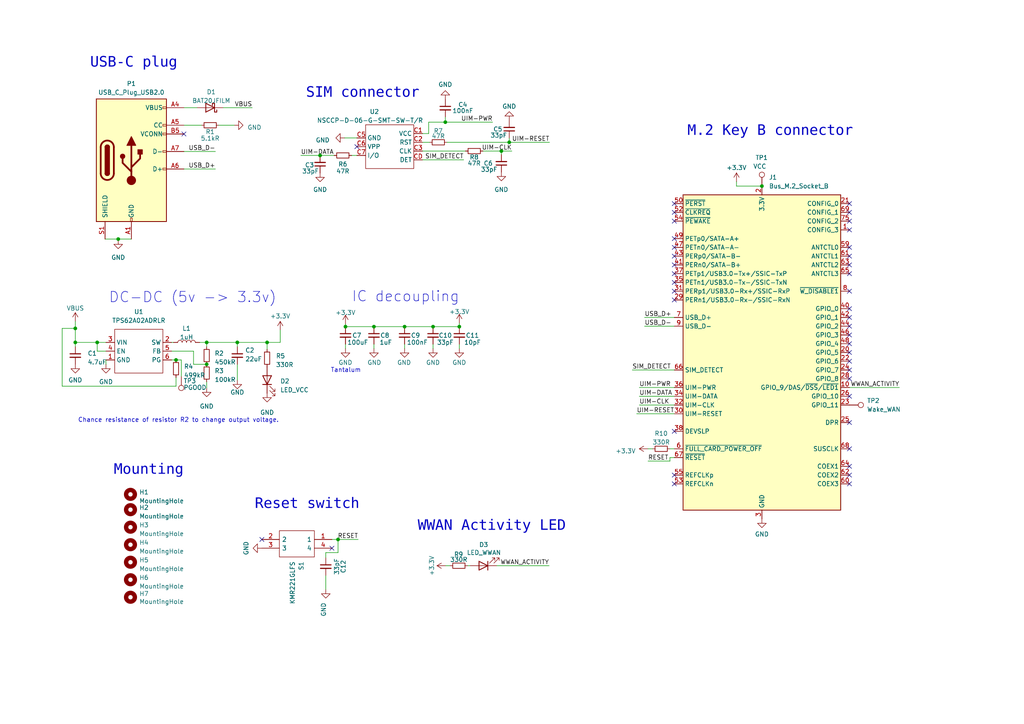
<source format=kicad_sch>
(kicad_sch (version 20230121) (generator eeschema)
  (paper "A4")
  (lib_symbols
    (symbol "Connector:Bus_M.2_Socket_B"
      (property "Reference" "J" (at -22.86 46.99 0))
      (property "Value" "Bus_M.2_Socket_B" (at 16.51 46.99 0))
      (symbol "Bus_M.2_Socket_B_0_1"
        (rectangle (start -22.86 45.72) (end 22.86 -45.72) (stroke (width 0.254)) (fill (type background)))
      )
      (symbol "Bus_M.2_Socket_B_1_1"
        (pin input line (at 25.4 35.56 180) (length 2.54) (name "CONFIG_3") (number "1"))
        (pin bidirectional line (at 25.4 -10.16 180) (length 2.54) (name "GPIO_9/DAS/~{DSS}/~{LED1}") (number "10"))
        (pin passive line (at 0 -48.26 90) (length 2.54) hide (name "GND") (number "11"))
        (pin power_in line (at 0 48.26 270) (length 2.54) (name "3.3V") (number "2"))
        (pin bidirectional line (at 25.4 0 180) (length 2.54) (name "GPIO_5") (number "20"))
        (pin input line (at 25.4 43.18 180) (length 2.54) (name "CONFIG_0") (number "21"))
        (pin bidirectional line (at 25.4 -2.54 180) (length 2.54) (name "GPIO_6") (number "22"))
        (pin bidirectional line (at 25.4 -15.24 180) (length 2.54) (name "GPIO_11") (number "23"))
        (pin bidirectional line (at 25.4 -5.08 180) (length 2.54) (name "GPIO_7") (number "24"))
        (pin output line (at 25.4 -20.32 180) (length 2.54) (name "DPR") (number "25"))
        (pin bidirectional line (at 25.4 -12.7 180) (length 2.54) (name "GPIO_10") (number "26"))
        (pin passive line (at 0 -48.26 90) (length 2.54) hide (name "GND") (number "27"))
        (pin bidirectional line (at 25.4 -7.62 180) (length 2.54) (name "GPIO_8") (number "28"))
        (pin input line (at -25.4 15.24 0) (length 2.54) (name "PERn1/USB3.0-Rx-/SSIC-RxN") (number "29"))
        (pin power_in line (at 0 -48.26 90) (length 2.54) (name "GND") (number "3"))
        (pin input line (at -25.4 -17.78 0) (length 2.54) (name "UIM-RESET") (number "30"))
        (pin input line (at -25.4 17.78 0) (length 2.54) (name "PERp1/USB3.0-Rx+/SSIC-RxP") (number "31"))
        (pin input line (at -25.4 -15.24 0) (length 2.54) (name "UIM-CLK") (number "32"))
        (pin passive line (at 0 -48.26 90) (length 2.54) hide (name "GND") (number "33"))
        (pin bidirectional line (at -25.4 -12.7 0) (length 2.54) (name "UIM-DATA") (number "34"))
        (pin output line (at -25.4 20.32 0) (length 2.54) (name "PETn1/USB3.0-Tx-/SSIC-TxN") (number "35"))
        (pin input line (at -25.4 -10.16 0) (length 2.54) (name "UIM-PWR") (number "36"))
        (pin output line (at -25.4 22.86 0) (length 2.54) (name "PETp1/USB3.0-Tx+/SSIC-TxP") (number "37"))
        (pin output line (at -25.4 -22.86 0) (length 2.54) (name "DEVSLP") (number "38"))
        (pin passive line (at 0 -48.26 90) (length 2.54) hide (name "GND") (number "39"))
        (pin passive line (at 0 48.26 270) (length 2.54) hide (name "3.3V") (number "4"))
        (pin bidirectional line (at 25.4 12.7 180) (length 2.54) (name "GPIO_0") (number "40"))
        (pin input line (at -25.4 25.4 0) (length 2.54) (name "PERn0/SATA-B+") (number "41"))
        (pin bidirectional line (at 25.4 10.16 180) (length 2.54) (name "GPIO_1") (number "42"))
        (pin input line (at -25.4 27.94 0) (length 2.54) (name "PERp0/SATA-B-") (number "43"))
        (pin bidirectional line (at 25.4 7.62 180) (length 2.54) (name "GPIO_2") (number "44"))
        (pin passive line (at 0 -48.26 90) (length 2.54) hide (name "GND") (number "45"))
        (pin bidirectional line (at 25.4 5.08 180) (length 2.54) (name "GPIO_3") (number "46"))
        (pin output line (at -25.4 30.48 0) (length 2.54) (name "PETn0/SATA-A-") (number "47"))
        (pin bidirectional line (at 25.4 2.54 180) (length 2.54) (name "GPIO_4") (number "48"))
        (pin output line (at -25.4 33.02 0) (length 2.54) (name "PETp0/SATA-A+") (number "49"))
        (pin passive line (at 0 -48.26 90) (length 2.54) hide (name "GND") (number "5"))
        (pin output line (at -25.4 43.18 0) (length 2.54) (name "~{PERST}") (number "50"))
        (pin passive line (at 0 -48.26 90) (length 2.54) hide (name "GND") (number "51"))
        (pin bidirectional line (at -25.4 40.64 0) (length 2.54) (name "~{CLKREQ}") (number "52"))
        (pin output line (at -25.4 -38.1 0) (length 2.54) (name "REFCLKn") (number "53"))
        (pin bidirectional line (at -25.4 38.1 0) (length 2.54) (name "~{PEWAKE}") (number "54"))
        (pin output line (at -25.4 -35.56 0) (length 2.54) (name "REFCLKp") (number "55"))
        (pin no_connect line (at 22.86 -43.18 180) (length 2.54) hide (name "NC") (number "56"))
        (pin passive line (at 0 -48.26 90) (length 2.54) hide (name "GND") (number "57"))
        (pin no_connect line (at 22.86 -40.64 180) (length 2.54) hide (name "NC") (number "58"))
        (pin input line (at 25.4 30.48 180) (length 2.54) (name "ANTCTL0") (number "59"))
        (pin output line (at -25.4 -27.94 0) (length 2.54) (name "~{FULL_CARD_POWER_OFF}") (number "6"))
        (pin bidirectional line (at 25.4 -38.1 180) (length 2.54) (name "COEX3") (number "60"))
        (pin input line (at 25.4 27.94 180) (length 2.54) (name "ANTCTL1") (number "61"))
        (pin bidirectional line (at 25.4 -35.56 180) (length 2.54) (name "COEX2") (number "62"))
        (pin input line (at 25.4 25.4 180) (length 2.54) (name "ANTCTL2") (number "63"))
        (pin bidirectional line (at 25.4 -33.02 180) (length 2.54) (name "COEX1") (number "64"))
        (pin input line (at 25.4 22.86 180) (length 2.54) (name "ANTCTL3") (number "65"))
        (pin output line (at -25.4 -5.08 0) (length 2.54) (name "SIM_DETECT") (number "66"))
        (pin output line (at -25.4 -30.48 0) (length 2.54) (name "~{RESET}") (number "67"))
        (pin output line (at 25.4 -27.94 180) (length 2.54) (name "SUSCLK") (number "68"))
        (pin input line (at 25.4 40.64 180) (length 2.54) (name "CONFIG_1") (number "69"))
        (pin bidirectional line (at -25.4 10.16 0) (length 2.54) (name "USB_D+") (number "7"))
        (pin passive line (at 0 48.26 270) (length 2.54) hide (name "3.3V") (number "70"))
        (pin passive line (at 0 -48.26 90) (length 2.54) hide (name "GND") (number "71"))
        (pin passive line (at 0 48.26 270) (length 2.54) hide (name "3.3V") (number "72"))
        (pin passive line (at 0 -48.26 90) (length 2.54) hide (name "GND") (number "73"))
        (pin passive line (at 0 48.26 270) (length 2.54) hide (name "3.3V") (number "74"))
        (pin input line (at 25.4 38.1 180) (length 2.54) (name "CONFIG_2") (number "75"))
        (pin output line (at 25.4 17.78 180) (length 2.54) (name "~{W_DISABLE1}") (number "8"))
        (pin bidirectional line (at -25.4 7.62 0) (length 2.54) (name "USB_D-") (number "9"))
      )
    )
    (symbol "Connector:TestPoint" (pin_numbers hide) (pin_names (offset 0.762) hide)
      (property "Reference" "TP" (at 0 6.858 0))
      (property "Value" "TestPoint" (at 0 5.08 0))
      (symbol "TestPoint_0_1"
        (circle (center 0 3.302) (radius 0.762))
      )
      (symbol "TestPoint_1_1"
        (pin passive line (at 0 0 90) (length 2.54) (name "1") (number "1"))
      )
    )
    (symbol "Connector:USB_C_Plug_USB2.0" (pin_names (offset 1.016))
      (property "Reference" "P" (at -10.16 19.05 0))
      (property "Value" "USB_C_Plug_USB2.0" (at 12.7 19.05 0))
      (symbol "USB_C_Plug_USB2.0_0_0"
        (rectangle (start -0.254 -17.78) (end 0.254 -16.764))
        (rectangle (start 10.16 -2.286) (end 9.144 -2.794))
        (rectangle (start 10.16 2.794) (end 9.144 2.286))
        (rectangle (start 10.16 7.874) (end 9.144 7.366))
        (rectangle (start 10.16 10.414) (end 9.144 9.906))
        (rectangle (start 10.16 15.494) (end 9.144 14.986))
      )
      (symbol "USB_C_Plug_USB2.0_0_1"
        (rectangle (start -10.16 17.78) (end 10.16 -17.78) (stroke (width 0.254)) (fill (type background)))
        (arc (start -8.89 -3.81) (mid -6.985 -5.7067) (end -5.08 -3.81) (stroke (width 0.508)))
        (arc (start -7.62 -3.81) (mid -6.985 -4.4423) (end -6.35 -3.81) (stroke (width 0.254)))
        (arc (start -7.62 -3.81) (mid -6.985 -4.4423) (end -6.35 -3.81) (stroke (width 0.254)) (fill (type outline)))
        (rectangle (start -7.62 -3.81) (end -6.35 3.81) (stroke (width 0.254)) (fill (type outline)))
        (arc (start -6.35 3.81) (mid -6.985 4.4423) (end -7.62 3.81) (stroke (width 0.254)))
        (arc (start -6.35 3.81) (mid -6.985 4.4423) (end -7.62 3.81) (stroke (width 0.254)) (fill (type outline)))
        (arc (start -5.08 3.81) (mid -6.985 5.7067) (end -8.89 3.81) (stroke (width 0.508)))
        (circle (center -2.54 1.143) (radius 0.635) (stroke (width 0.254)) (fill (type outline)))
        (circle (center 0 -5.842) (radius 1.27) (fill (type outline)))
        (polyline (pts (xy -8.89 -3.81) (xy -8.89 3.81)) (stroke (width 0.508)))
        (polyline (pts (xy -5.08 3.81) (xy -5.08 -3.81)) (stroke (width 0.508)))
        (polyline (pts (xy 0 -5.842) (xy 0 4.318)) (stroke (width 0.508)))
        (polyline (pts (xy 0 -3.302) (xy -2.54 -0.762) (xy -2.54 0.508)) (stroke (width 0.508)))
        (polyline (pts (xy 0 -2.032) (xy 2.54 0.508) (xy 2.54 1.778)) (stroke (width 0.508)))
        (polyline (pts (xy -1.27 4.318) (xy 0 6.858) (xy 1.27 4.318) (xy -1.27 4.318)) (stroke (width 0.254)) (fill (type outline)))
        (rectangle (start 1.905 1.778) (end 3.175 3.048) (stroke (width 0.254)) (fill (type outline)))
      )
      (symbol "USB_C_Plug_USB2.0_1_1"
        (pin passive line (at 0 -22.86 90) (length 5.08) (name "GND") (number "A1"))
        (pin passive line (at 0 -22.86 90) (length 5.08) hide (name "GND") (number "A12"))
        (pin passive line (at 15.24 15.24 180) (length 5.08) (name "VBUS") (number "A4"))
        (pin bidirectional line (at 15.24 10.16 180) (length 5.08) (name "CC") (number "A5"))
        (pin bidirectional line (at 15.24 -2.54 180) (length 5.08) (name "D+") (number "A6"))
        (pin bidirectional line (at 15.24 2.54 180) (length 5.08) (name "D-") (number "A7"))
        (pin passive line (at 15.24 15.24 180) (length 5.08) hide (name "VBUS") (number "A9"))
        (pin passive line (at 0 -22.86 90) (length 5.08) hide (name "GND") (number "B1"))
        (pin passive line (at 0 -22.86 90) (length 5.08) hide (name "GND") (number "B12"))
        (pin passive line (at 15.24 15.24 180) (length 5.08) hide (name "VBUS") (number "B4"))
        (pin bidirectional line (at 15.24 7.62 180) (length 5.08) (name "VCONN") (number "B5"))
        (pin passive line (at 15.24 15.24 180) (length 5.08) hide (name "VBUS") (number "B9"))
        (pin passive line (at -7.62 -22.86 90) (length 5.08) (name "SHIELD") (number "S1"))
      )
    )
    (symbol "Custom:KMR221GLFS" (pin_names (offset 0.762))
      (property "Reference" "S" (at 16.51 7.62 0))
      (property "Value" "KMR221GLFS" (at 16.51 5.08 0))
      (symbol "KMR221GLFS_0_0"
        (pin passive line (at 0 -2.54 0) (length 5.08) (name "1") (number "1"))
        (pin passive line (at 20.32 -2.54 180) (length 5.08) (name "2") (number "2"))
        (pin passive line (at 20.32 0 180) (length 5.08) (name "3") (number "3"))
        (pin passive line (at 0 0 0) (length 5.08) (name "4") (number "4"))
      )
      (symbol "KMR221GLFS_0_1"
        (polyline (pts (xy 5.08 2.54) (xy 15.24 2.54) (xy 15.24 -5.08) (xy 5.08 -5.08) (xy 5.08 2.54)) (stroke (width 0.1524)))
      )
    )
    (symbol "Device:C_Small" (pin_numbers hide) (pin_names (offset 0.254) hide)
      (property "Reference" "C" (at 0.254 1.778 0))
      (property "Value" "C_Small" (at 0.254 -2.032 0))
      (symbol "C_Small_0_1"
        (polyline (pts (xy -1.524 -0.508) (xy 1.524 -0.508)) (stroke (width 0.3302)))
        (polyline (pts (xy -1.524 0.508) (xy 1.524 0.508)) (stroke (width 0.3048)))
      )
      (symbol "C_Small_1_1"
        (pin passive line (at 0 2.54 270) (length 2.032) (name "~") (number "1"))
        (pin passive line (at 0 -2.54 90) (length 2.032) (name "~") (number "2"))
      )
    )
    (symbol "Device:D_Schottky" (pin_numbers hide) (pin_names (offset 1.016) hide)
      (property "Reference" "D" (at 0 2.54 0))
      (property "Value" "D_Schottky" (at 0 -2.54 0))
      (symbol "D_Schottky_0_1"
        (polyline (pts (xy 1.27 0) (xy -1.27 0)))
        (polyline (pts (xy 1.27 1.27) (xy 1.27 -1.27) (xy -1.27 0) (xy 1.27 1.27)) (stroke (width 0.254)))
        (polyline (pts (xy -1.905 0.635) (xy -1.905 1.27) (xy -1.27 1.27) (xy -1.27 -1.27) (xy -0.635 -1.27) (xy -0.635 -0.635)) (stroke (width 0.254)))
      )
      (symbol "D_Schottky_1_1"
        (pin passive line (at -3.81 0 0) (length 2.54) (name "K") (number "1"))
        (pin passive line (at 3.81 0 180) (length 2.54) (name "A") (number "2"))
      )
    )
    (symbol "Device:L" (pin_numbers hide) (pin_names (offset 1.016) hide)
      (property "Reference" "L" (at -1.27 0 90))
      (property "Value" "L" (at 1.905 0 90))
      (symbol "L_0_1"
        (arc (start 0 -2.54) (mid 0.6323 -1.905) (end 0 -1.27))
        (arc (start 0 -1.27) (mid 0.6323 -0.635) (end 0 0))
        (arc (start 0 0) (mid 0.6323 0.635) (end 0 1.27))
        (arc (start 0 1.27) (mid 0.6323 1.905) (end 0 2.54))
      )
      (symbol "L_1_1"
        (pin passive line (at 0 3.81 270) (length 1.27) (name "1") (number "1"))
        (pin passive line (at 0 -3.81 90) (length 1.27) (name "2") (number "2"))
      )
    )
    (symbol "Device:LED" (pin_numbers hide) (pin_names (offset 1.016) hide)
      (property "Reference" "D" (at 0 2.54 0))
      (property "Value" "LED" (at 0 -2.54 0))
      (symbol "LED_0_1"
        (polyline (pts (xy -1.27 -1.27) (xy -1.27 1.27)) (stroke (width 0.254)))
        (polyline (pts (xy -1.27 0) (xy 1.27 0)))
        (polyline (pts (xy 1.27 -1.27) (xy 1.27 1.27) (xy -1.27 0) (xy 1.27 -1.27)) (stroke (width 0.254)))
        (polyline (pts (xy -3.048 -0.762) (xy -4.572 -2.286) (xy -3.81 -2.286) (xy -4.572 -2.286) (xy -4.572 -1.524)))
        (polyline (pts (xy -1.778 -0.762) (xy -3.302 -2.286) (xy -2.54 -2.286) (xy -3.302 -2.286) (xy -3.302 -1.524)))
      )
      (symbol "LED_1_1"
        (pin passive line (at -3.81 0 0) (length 2.54) (name "K") (number "1"))
        (pin passive line (at 3.81 0 180) (length 2.54) (name "A") (number "2"))
      )
    )
    (symbol "Device:R_Small" (pin_numbers hide) (pin_names (offset 0.254) hide)
      (property "Reference" "R" (at 0.762 0.508 0))
      (property "Value" "R_Small" (at 0.762 -1.016 0))
      (symbol "R_Small_0_1"
        (rectangle (start -0.762 1.778) (end 0.762 -1.778) (stroke (width 0.2032)))
      )
      (symbol "R_Small_1_1"
        (pin passive line (at 0 2.54 270) (length 0.762) (name "~") (number "1"))
        (pin passive line (at 0 -2.54 90) (length 0.762) (name "~") (number "2"))
      )
    )
    (symbol "Mechanical:MountingHole" (pin_names (offset 1.016))
      (property "Reference" "H" (at 0 5.08 0))
      (property "Value" "MountingHole" (at 0 3.175 0))
      (symbol "MountingHole_0_1"
        (circle (center 0 0) (radius 1.27) (stroke (width 1.27)))
      )
    )
    (symbol "Roamer_lib:NSCCP-D-06-G-SMT-SW-T{slash}R"
      (property "Reference" "U" (at 3.175 -5.08 0))
      (property "Value" "NSCCP-D-06-G-SMT-SW-T{slash}R" (at -15.24 -5.08 0))
      (symbol "NSCCP-D-06-G-SMT-SW-T{slash}R_0_1"
        (rectangle (start -13.335 -20.955) (end 0.635 -8.255))
      )
      (symbol "NSCCP-D-06-G-SMT-SW-T{slash}R_1_1"
        (pin power_in line (at 3.175 -10.795 180) (length 2.54) (name "VCC") (number "C1"))
        (pin input line (at 3.175 -13.335 180) (length 2.54) (name "RST") (number "C2"))
        (pin input line (at 3.175 -15.875 180) (length 2.54) (name "CLK") (number "C3"))
        (pin passive line (at -15.875 -12.065 0) (length 2.54) (name "GND") (number "C5"))
        (pin input line (at -15.875 -14.605 0) (length 2.54) (name "VPP") (number "C6"))
        (pin bidirectional line (at -15.875 -17.145 0) (length 2.54) (name "I/O") (number "C7"))
        (pin output line (at 3.175 -18.415 180) (length 2.54) (name "DET") (number "CD"))
      )
    )
    (symbol "Roamer_lib:TPS62A02ADRLR"
      (property "Reference" "U" (at -3.81 -0.635 0))
      (property "Value" "TPS62A02ADRLR" (at -14.605 -0.635 0))
      (symbol "TPS62A02ADRLR_0_1"
        (rectangle (start -16.51 -3.81) (end -2.54 -16.51))
      )
      (symbol "TPS62A02ADRLR_1_1"
        (pin passive line (at -19.05 -12.7 0) (length 2.54) (name "GND") (number "1"))
        (pin power_out line (at 0 -7.62 180) (length 2.54) (name "SW") (number "2"))
        (pin power_in line (at -19.05 -7.62 0) (length 2.54) (name "VIN") (number "3"))
        (pin input line (at -19.05 -10.16 0) (length 2.54) (name "EN") (number "4"))
        (pin input line (at 0 -10.16 180) (length 2.54) (name "FB") (number "5"))
        (pin output line (at 0 -12.7 180) (length 2.54) (name "PG") (number "6"))
      )
    )
    (symbol "power:+3.3V" (power) (pin_names (offset 0))
      (property "Value" "+3.3V" (at 0 3.556 0))
      (symbol "+3.3V_0_1"
        (polyline (pts (xy -0.762 1.27) (xy 0 2.54)))
        (polyline (pts (xy 0 0) (xy 0 2.54)))
        (polyline (pts (xy 0 2.54) (xy 0.762 1.27)))
      )
      (symbol "+3.3V_1_1"
        (pin power_in line (at 0 0 90) (length 0) hide (name "+3.3V") (number "1"))
      )
    )
    (symbol "power:GND" (power) (pin_names (offset 0))
      (property "Value" "GND" (at 0 -3.81 0))
      (symbol "GND_0_1"
        (polyline (pts (xy 0 0) (xy 0 -1.27) (xy 1.27 -1.27) (xy 0 -2.54) (xy -1.27 -1.27) (xy 0 -1.27)))
      )
      (symbol "GND_1_1"
        (pin power_in line (at 0 0 270) (length 0) hide (name "GND") (number "1"))
      )
    )
    (symbol "power:VBUS" (power) (pin_names (offset 0))
      (property "Value" "VBUS" (at 0 3.81 0))
      (symbol "VBUS_0_1"
        (polyline (pts (xy -0.762 1.27) (xy 0 2.54)))
        (polyline (pts (xy 0 0) (xy 0 2.54)))
        (polyline (pts (xy 0 2.54) (xy 0.762 1.27)))
      )
      (symbol "VBUS_1_1"
        (pin power_in line (at 0 0 90) (length 0) hide (name "VBUS") (number "1"))
      )
    )
  )
  (junction (at 100.203 94.742))
  (junction (at 220.98 53.975))
  (junction (at 133.223 94.742))
  (junction (at 108.458 94.742))
  (junction (at 59.944 99.314))
  (junction (at 59.944 105.664))
  (junction (at 92.837 45.085))
  (junction (at 145.415 43.815))
  (junction (at 125.603 94.742))
  (junction (at 21.844 95.25))
  (junction (at 98.044 156.464))
  (junction (at 147.701 41.275))
  (junction (at 68.834 99.314))
  (junction (at 117.348 94.742))
  (junction (at 34.29 69.342))
  (junction (at 28.194 99.314))
  (junction (at 129.159 35.433))
  (junction (at 51.054 104.394))
  (junction (at 21.844 99.314))
  (junction (at 77.47 99.314))
  (no_connect (at 246.38 109.855))
  (no_connect (at 246.38 74.295))
  (no_connect (at 195.58 86.995))
  (no_connect (at 246.38 64.135))
  (no_connect (at 246.38 137.795))
  (no_connect (at 246.38 84.455))
  (no_connect (at 246.38 89.535))
  (no_connect (at 246.38 130.175))
  (no_connect (at 246.38 122.555))
  (no_connect (at 246.38 99.695))
  (no_connect (at 195.58 140.335))
  (no_connect (at 195.58 76.835))
  (no_connect (at 246.38 104.775))
  (no_connect (at 246.38 135.255))
  (no_connect (at 75.946 156.464))
  (no_connect (at 246.38 107.315))
  (no_connect (at 246.38 140.335))
  (no_connect (at 246.38 76.835))
  (no_connect (at 195.58 71.755))
  (no_connect (at 96.266 159.004))
  (no_connect (at 195.58 84.455))
  (no_connect (at 195.58 125.095))
  (no_connect (at 195.58 79.375))
  (no_connect (at 246.38 97.155))
  (no_connect (at 195.58 137.795))
  (no_connect (at 195.58 74.295))
  (no_connect (at 246.38 102.235))
  (no_connect (at 53.34 38.862))
  (no_connect (at 195.58 69.215))
  (no_connect (at 246.38 71.755))
  (no_connect (at 195.58 81.915))
  (no_connect (at 246.38 61.595))
  (no_connect (at 246.38 94.615))
  (no_connect (at 246.38 59.055))
  (no_connect (at 195.58 59.055))
  (no_connect (at 246.38 66.675))
  (no_connect (at 103.505 42.545))
  (no_connect (at 246.38 114.935))
  (no_connect (at 246.38 92.075))
  (no_connect (at 195.58 61.595))
  (no_connect (at 195.58 64.135))
  (no_connect (at 246.38 79.375))
  (wire (pts (xy 30.734 101.854) (xy 28.194 101.854)))
  (wire (pts (xy 51.054 112.014) (xy 51.054 109.474)))
  (wire (pts (xy 28.194 99.314) (xy 30.734 99.314)))
  (wire (pts (xy 122.555 43.815) (xy 135.001 43.815)))
  (wire (pts (xy 77.47 99.314) (xy 81.28 99.314)))
  (wire (pts (xy 98.044 156.464) (xy 98.044 160.274)))
  (wire (pts (xy 187.96 133.731) (xy 194.31 133.731)))
  (wire (pts (xy 145.415 44.831) (xy 145.415 43.815)))
  (wire (pts (xy 186.944 94.615) (xy 195.58 94.615)))
  (wire (pts (xy 144.018 164.084) (xy 159.258 164.084)))
  (wire (pts (xy 98.044 156.464) (xy 103.886 156.464)))
  (wire (pts (xy 185.42 112.395) (xy 195.58 112.395)))
  (wire (pts (xy 51.054 104.394) (xy 52.578 104.394)))
  (wire (pts (xy 124.333 35.433) (xy 129.159 35.433)))
  (wire (pts (xy 195.58 132.715) (xy 194.31 132.715)))
  (wire (pts (xy 28.194 101.854) (xy 28.194 99.314)))
  (wire (pts (xy 133.223 94.742) (xy 125.603 94.742)))
  (wire (pts (xy 63.5 36.322) (xy 67.945 36.322)))
  (wire (pts (xy 117.348 99.822) (xy 117.348 101.092)))
  (wire (pts (xy 213.614 52.705) (xy 213.614 53.975)))
  (wire (pts (xy 108.458 94.742) (xy 100.203 94.742)))
  (wire (pts (xy 185.42 117.475) (xy 195.58 117.475)))
  (wire (pts (xy 92.837 45.085) (xy 96.901 45.085)))
  (wire (pts (xy 129.159 33.909) (xy 129.159 35.433)))
  (wire (pts (xy 77.47 99.314) (xy 77.47 101.346)))
  (wire (pts (xy 52.578 104.394) (xy 52.578 109.22)))
  (wire (pts (xy 129.159 35.433) (xy 142.875 35.433)))
  (wire (pts (xy 185.42 114.935) (xy 195.58 114.935)))
  (wire (pts (xy 18.034 112.014) (xy 51.054 112.014)))
  (wire (pts (xy 59.944 99.314) (xy 59.944 100.584)))
  (wire (pts (xy 133.223 99.822) (xy 133.223 101.092)))
  (wire (pts (xy 147.701 41.275) (xy 159.385 41.275)))
  (wire (pts (xy 108.458 99.822) (xy 108.458 101.092)))
  (wire (pts (xy 183.388 107.315) (xy 195.58 107.315)))
  (wire (pts (xy 21.844 99.314) (xy 28.194 99.314)))
  (wire (pts (xy 246.38 112.395) (xy 260.858 112.395)))
  (wire (pts (xy 81.28 99.314) (xy 81.28 95.758)))
  (wire (pts (xy 21.844 93.218) (xy 21.844 95.25)))
  (wire (pts (xy 98.044 160.274) (xy 94.488 160.274)))
  (wire (pts (xy 30.48 69.342) (xy 34.29 69.342)))
  (wire (pts (xy 140.081 43.815) (xy 145.415 43.815)))
  (wire (pts (xy 125.603 94.742) (xy 117.348 94.742)))
  (wire (pts (xy 21.844 99.314) (xy 21.844 100.584)))
  (wire (pts (xy 100.203 99.822) (xy 100.203 101.092)))
  (wire (pts (xy 220.98 53.975) (xy 213.614 53.975)))
  (wire (pts (xy 59.944 99.314) (xy 68.834 99.314)))
  (wire (pts (xy 96.266 156.464) (xy 98.044 156.464)))
  (wire (pts (xy 189.23 130.175) (xy 187.96 130.175)))
  (wire (pts (xy 53.34 43.942) (xy 62.484 43.942)))
  (wire (pts (xy 101.981 45.085) (xy 103.505 45.085)))
  (wire (pts (xy 99.949 40.005) (xy 103.505 40.005)))
  (wire (pts (xy 100.203 93.98) (xy 100.203 94.742)))
  (wire (pts (xy 117.348 94.742) (xy 108.458 94.742)))
  (wire (pts (xy 68.834 99.314) (xy 68.834 100.584)))
  (wire (pts (xy 30.734 104.394) (xy 30.734 105.664)))
  (wire (pts (xy 122.555 46.355) (xy 134.493 46.355)))
  (wire (pts (xy 34.29 69.342) (xy 34.29 69.596)))
  (wire (pts (xy 133.223 93.726) (xy 133.223 94.742)))
  (wire (pts (xy 145.415 43.815) (xy 148.463 43.815)))
  (wire (pts (xy 184.658 120.015) (xy 195.58 120.015)))
  (wire (pts (xy 124.587 41.275) (xy 122.555 41.275)))
  (wire (pts (xy 18.034 112.014) (xy 18.034 95.25)))
  (wire (pts (xy 64.77 31.242) (xy 73.152 31.242)))
  (wire (pts (xy 130.556 164.084) (xy 129.286 164.084)))
  (wire (pts (xy 186.944 92.075) (xy 195.58 92.075)))
  (wire (pts (xy 129.667 41.275) (xy 147.701 41.275)))
  (wire (pts (xy 49.784 104.394) (xy 51.054 104.394)))
  (wire (pts (xy 56.134 101.854) (xy 56.134 105.664)))
  (wire (pts (xy 18.034 95.25) (xy 21.844 95.25)))
  (wire (pts (xy 122.555 38.735) (xy 124.333 38.735)))
  (wire (pts (xy 57.15 31.242) (xy 53.34 31.242)))
  (wire (pts (xy 68.834 110.236) (xy 68.834 105.664)))
  (wire (pts (xy 135.636 164.084) (xy 136.398 164.084)))
  (wire (pts (xy 53.34 49.022) (xy 62.484 49.022)))
  (wire (pts (xy 34.29 69.342) (xy 38.1 69.342)))
  (wire (pts (xy 49.784 99.314) (xy 50.292 99.314)))
  (wire (pts (xy 53.34 36.322) (xy 58.42 36.322)))
  (wire (pts (xy 68.834 99.314) (xy 77.47 99.314)))
  (wire (pts (xy 49.784 101.854) (xy 56.134 101.854)))
  (wire (pts (xy 124.333 38.735) (xy 124.333 35.433)))
  (wire (pts (xy 147.701 40.005) (xy 147.701 41.275)))
  (wire (pts (xy 125.603 99.822) (xy 125.603 101.092)))
  (wire (pts (xy 21.844 95.25) (xy 21.844 99.314)))
  (wire (pts (xy 94.488 170.942) (xy 94.488 166.878)))
  (wire (pts (xy 59.944 110.744) (xy 59.944 112.522)))
  (wire (pts (xy 194.31 133.731) (xy 194.31 132.715)))
  (wire (pts (xy 57.912 99.314) (xy 59.944 99.314)))
  (wire (pts (xy 56.134 105.664) (xy 59.944 105.664)))
  (wire (pts (xy 94.488 160.274) (xy 94.488 161.798)))
  (wire (pts (xy 87.249 45.085) (xy 92.837 45.085)))
  (wire (pts (xy 194.31 130.175) (xy 195.58 130.175)))
  (text "Reset switch\n" (at 73.914 148.844 0) (effects (font (size 3 3)) (justify left bottom)))
  (text "Tantalum" (at 95.885 108.204 0) (effects (font (size 1.27 1.27)) (justify left bottom)))
  (text "SIM connector\n" (at 88.773 29.591 0) (effects (font (size 3 3)) (justify left bottom)))
  (text "WWAN Activity LED\n" (at 121.158 155.194 0) (effects (font (size 3 3)) (justify left bottom)))
  (text "USB-C plug" (at 26.162 20.828 0) (effects (font (size 3 3)) (justify left bottom)))
  (text "IC decoupling\n" (at 101.981 87.884 0) (effects (font (size 3 3)) (justify left bottom)))
  (text "M.2 Key B connector" (at 199.39 40.64 0) (effects (font (size 3 3)) (justify left bottom)))
  (text "Mounting\n" (at 33.02 138.938 0) (effects (font (size 3 3)) (justify left bottom)))
  (text "DC-DC (5v -> 3.3v)\n" (at 31.496 88.138 0) (effects (font (size 3 3)) (justify left bottom)))
  (text "Chance resistance of resistor R2 to change output voltage." (at 22.606 122.682 0) (effects (font (size 1.27 1.27)) (justify left bottom)))
  (label "RESET" (at 103.886 156.464 180))
  (label "USB_D+" (at 186.944 92.075 0))
  (label "UIM-PWR" (at 142.875 35.433 180))
  (label "SIM_DETECT" (at 134.493 46.355 180))
  (label "UIM-CLK" (at 148.463 43.815 180))
  (label "WWAN_ACTIVITY" (at 159.258 164.084 180))
  (label "UIM-CLK" (at 185.42 117.475 0))
  (label "UIM-PWR" (at 185.42 112.395 0))
  (label "UIM-RESET" (at 184.658 120.015 0))
  (label "USB_D-" (at 186.944 94.615 0))
  (label "USB_D+" (at 62.484 49.022 180))
  (label "RESET" (at 187.96 133.731 0))
  (label "VBUS" (at 73.152 31.242 180))
  (label "USB_D-" (at 62.484 43.942 180))
  (label "WWAN_ACTIVITY" (at 260.858 112.395 180))
  (label "UIM-DATA" (at 87.249 45.085 0))
  (label "SIM_DETECT" (at 183.388 107.315 0))
  (label "UIM-DATA" (at 185.42 114.935 0))
  (label "UIM-RESET" (at 159.385 41.275 180))
  (symbol (lib_id "power:GND") (at 117.348 101.092 0) (unit 1)
    (property "Reference" "#PWR03" (effects hide))
    (property "Value" "GND" (at 119.253 105.156 0) (effects (justify right)))
  )
  (symbol (lib_id "Mechanical:MountingHole") (at 37.846 163.068 0) (unit 1)
    (property "Reference" "H5" (at 40.386 162.433 0) (effects (justify left)))
    (property "Value" "MountingHole" (at 40.386 164.973 0) (effects (justify left)))
    (property "Footprint" "MountingHole:MountingHole_2.2mm_M2" (effects hide))
  )
  (symbol (lib_id "Device:R_Small") (at 191.77 130.175 90) (unit 1)
    (property "Reference" "R10" (at 191.77 125.73 90))
    (property "Value" "330R" (at 191.77 128.27 90))
    (property "Footprint" "Resistor_SMD:R_0603_1608Metric" (effects hide))
  )
  (symbol (lib_id "Connector:USB_C_Plug_USB2.0") (at 38.1 46.482 0) (unit 1)
    (property "Reference" "P1" (at 38.1 24.257 0))
    (property "Value" "USB_C_Plug_USB2.0" (at 38.1 26.797 0))
    (property "Footprint" "Connector_USB:USB_C_Plug_Molex_105444" (effects hide))
    (property "Datasheet" "https://www.usb.org/sites/default/files/documents/usb_type-c.zip" (effects hide))
  )
  (symbol (lib_id "power:GND") (at 68.834 110.236 0) (unit 1)
    (property "Reference" "#PWR013" (effects hide))
    (property "Value" "GND" (at 68.834 113.792 0))
  )
  (symbol (lib_id "Device:R_Small") (at 137.541 43.815 90) (unit 1)
    (property "Reference" "R8" (at 137.541 45.593 90))
    (property "Value" "47R" (at 137.541 47.371 90))
    (property "Footprint" "Resistor_SMD:R_1206_3216Metric" (effects hide))
  )
  (symbol (lib_id "Connector:TestPoint") (at 52.578 109.22 180) (unit 1)
    (property "Reference" "TP3" (at 53.213 110.49 0) (effects (justify right)))
    (property "Value" "PGOOD" (at 53.213 112.395 0) (effects (justify right)))
    (property "Footprint" "TestPoint:TestPoint_Pad_1.0x1.0mm" (effects hide))
  )
  (symbol (lib_id "Device:C_Small") (at 94.488 164.338 0) (unit 1)
    (property "Reference" "C12" (at 99.568 164.338 90))
    (property "Value" "33pF" (at 97.663 164.338 90))
    (property "Footprint" "Capacitor_SMD:C_0603_1608Metric" (effects hide))
  )
  (symbol (lib_id "Mechanical:MountingHole") (at 37.846 147.828 0) (unit 1)
    (property "Reference" "H2" (at 40.386 147.193 0) (effects (justify left)))
    (property "Value" "MountingHole" (at 40.386 149.733 0) (effects (justify left)))
    (property "Footprint" "MountingHole:MountingHole_2.2mm_M2" (effects hide))
  )
  (symbol (lib_id "power:GND") (at 34.29 69.596 0) (unit 1)
    (property "Reference" "#PWR06" (effects hide))
    (property "Value" "GND" (at 34.29 74.676 0))
  )
  (symbol (lib_id "power:GND") (at 100.203 101.092 0) (unit 1)
    (property "Reference" "#PWR01" (effects hide))
    (property "Value" "GND" (at 102.235 105.156 0) (effects (justify right)))
  )
  (symbol (lib_id "power:+3.3V") (at 129.286 164.084 90) (unit 1)
    (property "Reference" "#PWR024" (effects hide))
    (property "Value" "+3.3V" (at 125.222 164.084 0))
  )
  (symbol (lib_id "power:GND") (at 220.98 150.495 0) (unit 1)
    (property "Reference" "#PWR022" (effects hide))
    (property "Value" "GND" (at 220.98 154.94 0))
  )
  (symbol (lib_id "Device:C_Small") (at 129.159 31.369 0) (unit 1)
    (property "Reference" "C4" (at 134.239 30.353 0))
    (property "Value" "100nF" (at 134.239 32.131 0))
    (property "Footprint" "Capacitor_SMD:C_0603_1608Metric" (effects hide))
  )
  (symbol (lib_id "power:GND") (at 21.844 105.664 0) (unit 1)
    (property "Reference" "#PWR011" (effects hide))
    (property "Value" "GND" (at 21.844 110.236 0))
  )
  (symbol (lib_id "power:GND") (at 30.734 105.664 0) (unit 1)
    (property "Reference" "#PWR010" (effects hide))
    (property "Value" "GND" (at 30.734 110.744 0))
  )
  (symbol (lib_id "Device:R_Small") (at 59.944 108.204 0) (unit 1)
    (property "Reference" "R3" (at 62.23 107.569 0) (effects (justify left)))
    (property "Value" "100kR" (at 62.23 110.109 0) (effects (justify left)))
    (property "Footprint" "Resistor_SMD:R_0805_2012Metric" (effects hide))
  )
  (symbol (lib_id "Mechanical:MountingHole") (at 37.846 152.908 0) (unit 1)
    (property "Reference" "H3" (at 40.386 152.273 0) (effects (justify left)))
    (property "Value" "MountingHole" (at 40.386 154.813 0) (effects (justify left)))
    (property "Footprint" "MountingHole:MountingHole_2.2mm_M2" (effects hide))
  )
  (symbol (lib_id "power:GND") (at 77.47 114.046 0) (unit 1)
    (property "Reference" "#PWR014" (effects hide))
    (property "Value" "GND" (at 77.47 119.634 0))
  )
  (symbol (lib_id "power:GND") (at 125.603 101.092 0) (unit 1)
    (property "Reference" "#PWR04" (effects hide))
    (property "Value" "GND" (at 127.635 105.156 0) (effects (justify right)))
  )
  (symbol (lib_id "Device:C_Small") (at 117.348 97.282 0) (unit 1)
    (property "Reference" "C9" (at 120.523 97.282 0))
    (property "Value" "100nF" (at 121.031 99.314 0))
    (property "Footprint" "Capacitor_SMD:C_0603_1608Metric" (effects hide))
  )
  (symbol (lib_id "Roamer_lib:NSCCP-D-06-G-SMT-SW-T{slash}R") (at 119.38 27.94 0) (unit 1)
    (property "Reference" "U2" (at 108.585 32.385 0))
    (property "Value" "NSCCP-D-06-G-SMT-SW-T/R" (at 107.315 34.925 0))
    (property "Footprint" "NSCCP-D-06-G-SMT-SW-T:NSCCP-D-06-G-SMT-SW-T&slash_R" (effects hide))
    (property "Datasheet" "https://www.digikey.co.uk/en/products/detail/adam-tech/NSCCP-D-06-G-SMT-SW-T-R/11689348" (effects hide))
  )
  (symbol (lib_id "Device:R_Small") (at 60.96 36.322 90) (unit 1)
    (property "Reference" "R1" (at 60.96 38.227 90))
    (property "Value" "5.1kR" (at 60.96 40.132 90))
    (property "Footprint" "Resistor_SMD:R_0603_1608Metric" (effects hide))
  )
  (symbol (lib_id "Device:C_Small") (at 125.603 97.282 0) (unit 1)
    (property "Reference" "C10" (at 129.159 97.282 0))
    (property "Value" "33pF" (at 129.159 99.314 0))
    (property "Footprint" "Capacitor_SMD:C_0603_1608Metric" (effects hide))
  )
  (symbol (lib_id "power:GND") (at 75.946 159.004 270) (unit 1)
    (property "Reference" "#PWR019" (effects hide))
    (property "Value" "GND" (at 71.374 159.004 0))
  )
  (symbol (lib_id "power:+3.3V") (at 133.223 93.726 0) (unit 1)
    (property "Reference" "#PWR017" (effects hide))
    (property "Value" "+3.3V" (at 133.223 90.424 0))
  )
  (symbol (lib_id "Device:D_Schottky") (at 60.96 31.242 180) (unit 1)
    (property "Reference" "D1" (at 61.2775 26.67 0))
    (property "Value" "BAT20JFILM" (at 61.2775 29.21 0))
    (property "Footprint" "Diode_SMD:D_SOD-323" (effects hide))
  )
  (symbol (lib_id "Device:C_Small") (at 21.844 103.124 0) (unit 1)
    (property "Reference" "C1" (at 25.4 102.4953 0) (effects (justify left)))
    (property "Value" "4.7uF" (at 25.4 105.0353 0) (effects (justify left)))
    (property "Footprint" "Capacitor_SMD:C_0603_1608Metric" (effects hide))
  )
  (symbol (lib_id "Device:L") (at 54.102 99.314 90) (unit 1)
    (property "Reference" "L1" (at 54.102 95.25 90))
    (property "Value" "1uH" (at 54.102 97.79 90))
    (property "Footprint" "Inductor_SMD:L_1008_2520Metric" (effects hide))
  )
  (symbol (lib_id "Device:C_Small") (at 92.837 47.625 180) (unit 1)
    (property "Reference" "C3" (at 89.789 47.879 0))
    (property "Value" "33pF" (at 90.043 49.657 0))
    (property "Footprint" "Capacitor_SMD:C_0603_1608Metric" (effects hide))
  )
  (symbol (lib_id "power:GND") (at 145.415 49.911 0) (unit 1)
    (property "Reference" "#PWR027" (effects hide))
    (property "Value" "GND" (at 145.415 54.991 0))
  )
  (symbol (lib_id "Device:R_Small") (at 99.441 45.085 270) (unit 1)
    (property "Reference" "R6" (at 99.441 47.625 90))
    (property "Value" "47R" (at 99.441 49.657 90))
    (property "Footprint" "Resistor_SMD:R_1206_3216Metric" (effects hide))
  )
  (symbol (lib_id "Device:C_Small") (at 68.834 103.124 0) (unit 1)
    (property "Reference" "C2" (at 71.12 101.6 0) (effects (justify left)))
    (property "Value" "22uF" (at 71.12 104.14 0) (effects (justify left)))
    (property "Footprint" "Capacitor_SMD:C_0603_1608Metric" (effects hide))
  )
  (symbol (lib_id "Connector:TestPoint") (at 246.38 117.475 270) (unit 1)
    (property "Reference" "TP2" (at 251.46 116.2049 90) (effects (justify left)))
    (property "Value" "Wake_WAN" (at 251.46 118.7449 90) (effects (justify left)))
    (property "Footprint" "TestPoint:TestPoint_Pad_1.0x1.0mm" (effects hide))
  )
  (symbol (lib_id "power:GND") (at 147.701 34.925 180) (unit 1)
    (property "Reference" "#PWR028" (effects hide))
    (property "Value" "GND" (at 147.701 30.861 0))
  )
  (symbol (lib_id "power:+3.3V") (at 213.614 52.705 0) (unit 1)
    (property "Reference" "#PWR023" (effects hide))
    (property "Value" "+3.3V" (at 213.614 48.641 0))
  )
  (symbol (lib_id "power:GND") (at 59.944 112.522 0) (unit 1)
    (property "Reference" "#PWR012" (effects hide))
    (property "Value" "GND" (at 59.944 117.856 0))
  )
  (symbol (lib_id "power:GND") (at 108.458 101.092 0) (unit 1)
    (property "Reference" "#PWR02" (effects hide))
    (property "Value" "GND" (at 110.617 105.156 0) (effects (justify right)))
  )
  (symbol (lib_id "Mechanical:MountingHole") (at 37.846 143.383 0) (unit 1)
    (property "Reference" "H1" (at 40.386 142.748 0) (effects (justify left)))
    (property "Value" "MountingHole" (at 40.386 145.288 0) (effects (justify left)))
    (property "Footprint" "MountingHole:MountingHole_2.2mm_M2" (effects hide))
  )
  (symbol (lib_id "Mechanical:MountingHole") (at 37.846 157.988 0) (unit 1)
    (property "Reference" "H4" (at 40.386 157.353 0) (effects (justify left)))
    (property "Value" "MountingHole" (at 40.386 159.893 0) (effects (justify left)))
    (property "Footprint" "MountingHole:MountingHole_2.2mm_M2" (effects hide))
  )
  (symbol (lib_id "power:+3.3V") (at 81.28 95.758 0) (unit 1)
    (property "Reference" "#PWR015" (effects hide))
    (property "Value" "+3.3V" (at 81.28 91.694 0))
  )
  (symbol (lib_id "power:GND") (at 94.488 170.942 0) (unit 1)
    (property "Reference" "#PWR020" (effects hide))
    (property "Value" "GND" (at 93.853 174.752 90) (effects (justify right)))
  )
  (symbol (lib_id "Connector:TestPoint") (at 220.98 53.975 0) (unit 1)
    (property "Reference" "TP1" (at 219.075 45.72 0) (effects (justify left)))
    (property "Value" "VCC" (at 218.44 48.26 0) (effects (justify left)))
    (property "Footprint" "TestPoint:TestPoint_Pad_1.0x1.0mm" (effects hide))
  )
  (symbol (lib_id "Device:R_Small") (at 127.127 41.275 90) (unit 1)
    (property "Reference" "R7" (at 127.127 37.973 90))
    (property "Value" "47R" (at 127.127 39.497 90))
    (property "Footprint" "Resistor_SMD:R_1206_3216Metric" (effects hide))
  )
  (symbol (lib_id "power:GND") (at 133.223 101.092 0) (unit 1)
    (property "Reference" "#PWR05" (effects hide))
    (property "Value" "GND" (at 135.255 105.156 0) (effects (justify right)))
  )
  (symbol (lib_id "power:GND") (at 129.159 28.829 180) (unit 1)
    (property "Reference" "#PWR025" (effects hide))
    (property "Value" "GND" (at 129.159 24.511 0))
  )
  (symbol (lib_id "Mechanical:MountingHole") (at 37.846 173.228 0) (unit 1)
    (property "Reference" "H7" (at 40.386 172.212 0) (effects (justify left)))
    (property "Value" "MountingHole" (at 40.386 174.498 0) (effects (justify left)))
    (property "Footprint" "MountingHole:MountingHole_2.2mm_M2" (effects hide))
  )
  (symbol (lib_id "power:GND") (at 92.837 50.165 0) (unit 1)
    (property "Reference" "#PWR026" (effects hide))
    (property "Value" "GND" (at 92.837 54.991 0))
  )
  (symbol (lib_id "Roamer_lib:TPS62A02ADRLR") (at 49.784 91.694 0) (unit 1)
    (property "Reference" "U1" (at 40.259 90.424 0))
    (property "Value" "TPS62A02ADRLR" (at 40.259 92.964 0))
    (property "Footprint" "TPS:SOTFL50P160X60-6N" (effects hide))
    (property "Datasheet" "https://www.ti.com/lit/ds/symlink/tps62a01a.pdf" (effects hide))
  )
  (symbol (lib_id "Device:R_Small") (at 59.944 103.124 0) (unit 1)
    (property "Reference" "R2" (at 62.23 102.489 0) (effects (justify left)))
    (property "Value" "450kR" (at 62.23 105.029 0) (effects (justify left)))
    (property "Footprint" "Resistor_SMD:R_0805_2012Metric" (effects hide))
  )
  (symbol (lib_id "Connector:Bus_M.2_Socket_B") (at 220.98 102.235 0) (unit 1)
    (property "Reference" "J1" (at 222.9994 51.435 0) (effects (justify left)))
    (property "Value" "Bus_M.2_Socket_B" (at 222.9994 53.975 0) (effects (justify left)))
    (property "Footprint" "NGFF:TE_2199119-3" (effects hide))
    (property "Datasheet" "http://read.pudn.com/downloads794/doc/project/3133918/PCIe_M.2_Electromechanical_Spec_Rev1.0_Final_11012013_RS_Clean.pdf#page=154" (effects hide))
  )
  (symbol (lib_id "power:GND") (at 67.945 36.322 90) (unit 1)
    (property "Reference" "#PWR08" (effects hide))
    (property "Value" "GND" (at 71.755 36.957 90) (effects (justify right)))
  )
  (symbol (lib_id "Device:R_Small") (at 51.054 106.934 0) (unit 1)
    (property "Reference" "R4" (at 53.34 106.299 0) (effects (justify left)))
    (property "Value" "499kR" (at 53.34 108.839 0) (effects (justify left)))
    (property "Footprint" "Resistor_SMD:R_0805_2012Metric" (effects hide))
  )
  (symbol (lib_id "power:+3.3V") (at 187.96 130.175 90) (unit 1)
    (property "Reference" "#PWR021" (effects hide))
    (property "Value" "+3.3V" (at 184.404 130.81 90) (effects (justify left)))
  )
  (symbol (lib_id "Device:C_Small") (at 147.701 37.465 180) (unit 1)
    (property "Reference" "C5" (at 144.399 37.465 0))
    (property "Value" "33pF" (at 144.653 39.243 0))
    (property "Footprint" "Capacitor_SMD:C_0603_1608Metric" (effects hide))
  )
  (symbol (lib_id "Device:C_Small") (at 100.203 97.282 0) (unit 1)
    (property "Reference" "C7" (at 103.505 97.282 0))
    (property "Value" "100uF" (at 103.759 99.314 0))
    (property "Footprint" "Capacitor_SMD:C_0603_1608Metric" (effects hide))
  )
  (symbol (lib_id "Device:R_Small") (at 133.096 164.084 90) (unit 1)
    (property "Reference" "R9" (at 134.366 160.782 90) (effects (justify left)))
    (property "Value" "330R" (at 135.636 162.306 90) (effects (justify left)))
    (property "Footprint" "Resistor_SMD:R_0603_1608Metric" (effects hide))
  )
  (symbol (lib_id "Mechanical:MountingHole") (at 37.846 168.148 0) (unit 1)
    (property "Reference" "H6" (at 40.386 167.513 0) (effects (justify left)))
    (property "Value" "MountingHole" (at 40.386 170.053 0) (effects (justify left)))
    (property "Footprint" "MountingHole:MountingHole_2.2mm_M2" (effects hide))
  )
  (symbol (lib_id "power:+3.3V") (at 100.203 93.98 0) (unit 1)
    (property "Reference" "#PWR016" (effects hide))
    (property "Value" "+3.3V" (at 100.203 90.678 0))
  )
  (symbol (lib_id "Custom:KMR221GLFS") (at 96.266 159.004 180) (unit 1)
    (property "Reference" "S1" (at 87.3761 162.814 90) (effects (justify left)))
    (property "Value" "KMR221GLFS" (at 84.8361 162.814 90) (effects (justify left)))
    (property "Footprint" "KMR:KMR2_1" (effects hide))
    (property "Datasheet" "https://www.ckswitches.com/media/1479/kmr2.pdf" (effects hide))
    (property "Description" "KMR221GLFS (Tactile Switches)" (effects hide))
    (property "Mouser Part Number" "611-KMR221G-LFS" (effects hide))
    (property "Mouser Price/Stock" "https://www.mouser.co.uk/ProductDetail/CK/KMR221GLFS?qs=sb%252But3Lm4x2RtkMQYdEYMA%3D%3D" (effects hide))
    (property "Manufacturer_Name" "C & K COMPONENTS" (effects hide))
    (property "Manufacturer_Part_Number" "KMR221GLFS" (effects hide))
  )
  (symbol (lib_id "Device:LED") (at 77.47 110.236 90) (unit 1)
    (property "Reference" "D2" (at 81.28 110.5534 90) (effects (justify right)))
    (property "Value" "LED_VCC" (at 81.28 113.0934 90) (effects (justify right)))
    (property "Footprint" "Diode_SMD:D_0402_1005Metric" (effects hide))
  )
  (symbol (lib_id "Device:C_Small") (at 145.415 47.371 180) (unit 1)
    (property "Reference" "C6" (at 141.605 47.371 0))
    (property "Value" "33pF" (at 141.859 49.149 0))
    (property "Footprint" "Capacitor_SMD:C_0603_1608Metric" (effects hide))
  )
  (symbol (lib_id "Device:LED") (at 140.208 164.084 180) (unit 1)
    (property "Reference" "D3" (at 138.938 157.988 0) (effects (justify right)))
    (property "Value" "LED_WWAN" (at 135.382 160.274 0) (effects (justify right)))
    (property "Footprint" "Diode_SMD:D_0402_1005Metric" (effects hide))
  )
  (symbol (lib_id "power:VBUS") (at 21.844 93.218 0) (unit 1)
    (property "Reference" "#PWR09" (effects hide))
    (property "Value" "VBUS" (at 21.844 89.408 0))
  )
  (symbol (lib_id "power:GND") (at 99.949 40.005 270) (unit 1)
    (property "Reference" "#PWR018" (effects hide))
    (property "Value" "GND" (at 95.631 40.64 90) (effects (justify right)))
  )
  (symbol (lib_id "Device:C_Small") (at 133.223 97.282 0) (unit 1)
    (property "Reference" "C11" (at 137.033 97.282 0))
    (property "Value" "10pF" (at 137.033 99.314 0))
    (property "Footprint" "Capacitor_SMD:C_0603_1608Metric" (effects hide))
  )
  (symbol (lib_id "Device:R_Small") (at 77.47 103.886 0) (unit 1)
    (property "Reference" "R5" (at 80.01 103.251 0) (effects (justify left)))
    (property "Value" "330R" (at 80.01 105.791 0) (effects (justify left)))
    (property "Footprint" "Resistor_SMD:R_0603_1608Metric" (effects hide))
  )
  (symbol (lib_id "Device:C_Small") (at 108.458 97.282 0) (unit 1)
    (property "Reference" "C8" (at 111.633 97.282 0))
    (property "Value" "1uF" (at 111.887 99.314 0))
    (property "Footprint" "Capacitor_SMD:C_0603_1608Metric" (effects hide))
  )
)
</source>
